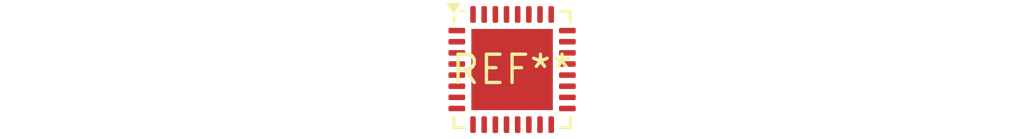
<source format=kicad_pcb>
(kicad_pcb (version 20240108) (generator pcbnew)
  (layers (0 "F.Cu" signal) (31 "B.Cu" signal) (34 "B.Paste" user) (35 "F.Paste" user) (36 "B.SilkS" user "B.Silkscreen") (37 "F.SilkS" user "F.Silkscreen") (38 "B.Mask" user) (39 "F.Mask" user) (44 "Edge.Cuts" user))
  (net 0 "")
  (footprint "QFN-32-1EP_5x5mm_P0.5mm_EP3.65x3.65mm" (layer "F.Cu") (at 0 0)
    (property "Reference" "REF**")
    (property "Value" "QFN-32-1EP_5x5mm_P0.5mm_EP3.65x3.65mm")
    (fp_line (start -2.61 -2.135) (end -2.61 -2.37) (layer "F.SilkS") (stroke (width 0.12)))
    (fp_line (start -2.61 2.61) (end -2.61 2.135) (layer "F.SilkS") (stroke (width 0.12)))
    (fp_line (start -2.135 -2.61) (end -2.31 -2.61) (layer "F.SilkS") (stroke (width 0.12)))
    (fp_line (start -2.135 2.61) (end -2.61 2.61) (layer "F.SilkS") (stroke (width 0.12)))
    (fp_line (start 2.135 -2.61) (end 2.61 -2.61) (layer "F.SilkS") (stroke (width 0.12)))
    (fp_line (start 2.135 2.61) (end 2.61 2.61) (layer "F.SilkS") (stroke (width 0.12)))
    (fp_line (start 2.61 -2.61) (end 2.61 -2.135) (layer "F.SilkS") (stroke (width 0.12)))
    (fp_line (start 2.61 2.61) (end 2.61 2.135) (layer "F.SilkS") (stroke (width 0.12)))
    (fp_poly (pts (xy -2.61 -2.61) (xy -2.85 -2.94) (xy -2.37 -2.94) (xy -2.61 -2.61)) (layer "F.SilkS") (stroke (width 0.12)) (fill solid))
    (pad "1" smd roundrect (at -2.475 -1.75) (size 0.75 0.25) (layers "F.Cu" "F.Paste" "F.Mask"))
    (pad "2" smd roundrect (at -2.475 -1.25) (size 0.75 0.25) (layers "F.Cu" "F.Paste" "F.Mask"))
    (pad "3" smd roundrect (at -2.475 -0.75) (size 0.75 0.25) (layers "F.Cu" "F.Paste" "F.Mask"))
    (pad "4" smd roundrect (at -2.475 -0.25) (size 0.75 0.25) (layers "F.Cu" "F.Paste" "F.Mask"))
    (pad "5" smd roundrect (at -2.475 0.25) (size 0.75 0.25) (layers "F.Cu" "F.Paste" "F.Mask"))
    (pad "6" smd roundrect (at -2.475 0.75) (size 0.75 0.25) (layers "F.Cu" "F.Paste" "F.Mask"))
    (pad "7" smd roundrect (at -2.475 1.25) (size 0.75 0.25) (layers "F.Cu" "F.Paste" "F.Mask"))
    (pad "8" smd roundrect (at -2.475 1.75) (size 0.75 0.25) (layers "F.Cu" "F.Paste" "F.Mask"))
    (pad "9" smd roundrect (at -1.75 2.475) (size 0.25 0.75) (layers "F.Cu" "F.Paste" "F.Mask"))
    (pad "10" smd roundrect (at -1.25 2.475) (size 0.25 0.75) (layers "F.Cu" "F.Paste" "F.Mask"))
    (pad "11" smd roundrect (at -0.75 2.475) (size 0.25 0.75) (layers "F.Cu" "F.Paste" "F.Mask"))
    (pad "12" smd roundrect (at -0.25 2.475) (size 0.25 0.75) (layers "F.Cu" "F.Paste" "F.Mask"))
    (pad "13" smd roundrect (at 0.25 2.475) (size 0.25 0.75) (layers "F.Cu" "F.Paste" "F.Mask"))
    (pad "14" smd roundrect (at 0.75 2.475) (size 0.25 0.75) (layers "F.Cu" "F.Paste" "F.Mask"))
    (pad "15" smd roundrect (at 1.25 2.475) (size 0.25 0.75) (layers "F.Cu" "F.Paste" "F.Mask"))
    (pad "16" smd roundrect (at 1.75 2.475) (size 0.25 0.75) (layers "F.Cu" "F.Paste" "F.Mask"))
    (pad "17" smd roundrect (at 2.475 1.75) (size 0.75 0.25) (layers "F.Cu" "F.Paste" "F.Mask"))
    (pad "18" smd roundrect (at 2.475 1.25) (size 0.75 0.25) (layers "F.Cu" "F.Paste" "F.Mask"))
    (pad "19" smd roundrect (at 2.475 0.75) (size 0.75 0.25) (layers "F.Cu" "F.Paste" "F.Mask"))
    (pad "20" smd roundrect (at 2.475 0.25) (size 0.75 0.25) (layers "F.Cu" "F.Paste" "F.Mask"))
    (pad "21" smd roundrect (at 2.475 -0.25) (size 0.75 0.25) (layers "F.Cu" "F.Paste" "F.Mask"))
    (pad "22" smd roundrect (at 2.475 -0.75) (size 0.75 0.25) (layers "F.Cu" "F.Paste" "F.Mask"))
    (pad "23" smd roundrect (at 2.475 -1.25) (size 0.75 0.25) (layers "F.Cu" "F.Paste" "F.Mask"))
    (pad "24" smd roundrect (at 2.475 -1.75) (size 0.75 0.25) (layers "F.Cu" "F.Paste" "F.Mask"))
    (pad "25" smd roundrect (at 1.75 -2.475) (size 0.25 0.75) (layers "F.Cu" "F.Paste" "F.Mask"))
    (pad "26" smd roundrect (at 1.25 -2.475) (size 0.25 0.75) (layers "F.Cu" "F.Paste" "F.Mask"))
    (pad "27" smd roundrect (at 0.75 -2.475) (size 0.25 0.75) (layers "F.Cu" "F.Paste" "F.Mask"))
    (pad "28" smd roundrect (at 0.25 -2.475) (size 0.25 0.75) (layers "F.Cu" "F.Paste" "F.Mask"))
    (pad "29" smd roundrect (at -0.25 -2.475) (size 0.25 0.75) (layers "F.Cu" "F.Paste" "F.Mask"))
    (pad "30" smd roundrect (at -0.75 -2.475) (size 0.25 0.75) (layers "F.Cu" "F.Paste" "F.Mask"))
    (pad "31" smd roundrect (at -1.25 -2.475) (size 0.25 0.75) (layers "F.Cu" "F.Paste" "F.Mask"))
    (pad "32" smd roundrect (at -1.75 -2.475) (size 0.25 0.75) (layers "F.Cu" "F.Paste" "F.Mask"))
    (pad "33" smd rect (at 0 0) (size 3.65 3.65) (property pad_prop_heatsink) (layers "F.Cu" "F.Mask"))
  )
)
</source>
